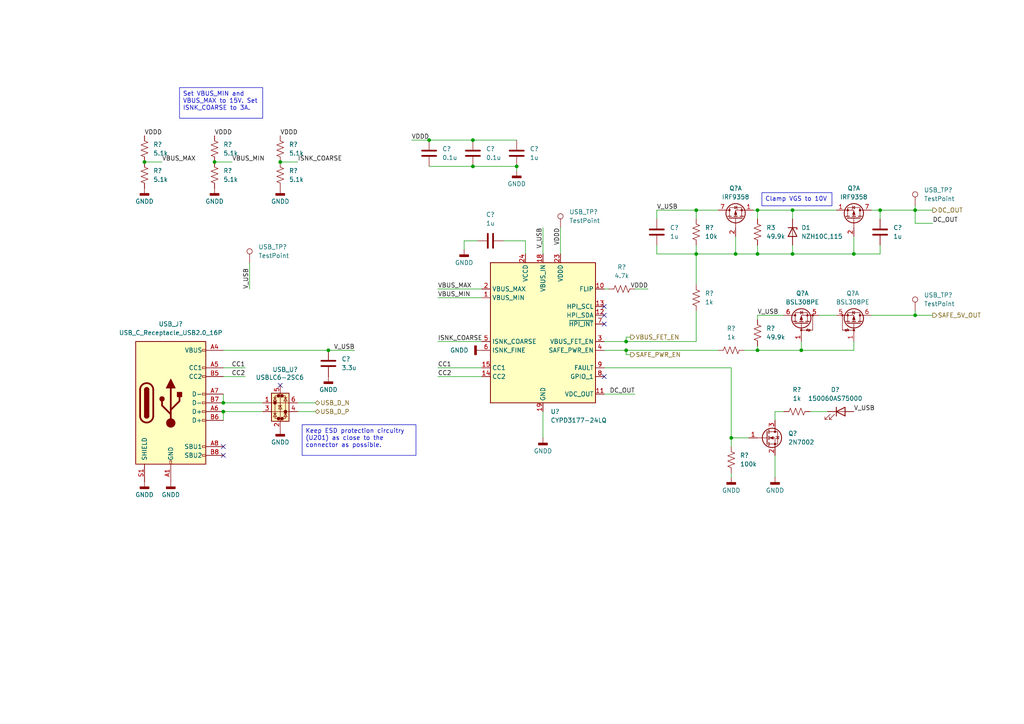
<source format=kicad_sch>
(kicad_sch (version 20250114) (generator "eeschema") (generator_version "9.0")
  (paper "A4")
  (lib_symbols
    (symbol "Connector:TestPoint" (pin_numbers (hide yes)) (pin_names (offset 0.762) (hide yes))
      (property "Reference" "TP" (at 0 6.858 0))
      (property "Value" "TestPoint" (at 0 5.08 0))
      (symbol "TestPoint_0_1"
        (circle (center 0 3.302) (radius 0.762))
      )
      (symbol "TestPoint_1_1"
        (pin passive line (at 0 0 90) (length 2.54) (name "1") (number "1"))
      )
    )
    (symbol "Connector:USB_C_Receptacle_USB2.0_16P" (pin_names (offset 1.016))
      (property "Reference" "J" (at 0 22.225 0))
      (property "Value" "USB_C_Receptacle_USB2.0_16P" (at 0 19.685 0))
      (symbol "USB_C_Receptacle_USB2.0_16P_0_0"
        (rectangle (start -0.254 -17.78) (end 0.254 -16.764))
        (rectangle (start 10.16 15.494) (end 9.144 14.986))
        (rectangle (start 10.16 10.414) (end 9.144 9.906))
        (rectangle (start 10.16 7.874) (end 9.144 7.366))
        (rectangle (start 10.16 2.794) (end 9.144 2.286))
        (rectangle (start 10.16 0.254) (end 9.144 -0.254))
        (rectangle (start 10.16 -2.286) (end 9.144 -2.794))
        (rectangle (start 10.16 -4.826) (end 9.144 -5.334))
        (rectangle (start 10.16 -12.446) (end 9.144 -12.954))
        (rectangle (start 10.16 -14.986) (end 9.144 -15.494))
      )
      (symbol "USB_C_Receptacle_USB2.0_16P_0_1"
        (rectangle (start -10.16 17.78) (end 10.16 -17.78) (stroke (width 0.254)) (fill (type background)))
        (polyline (pts (xy -8.89 -3.81) (xy -8.89 3.81)) (stroke (width 0.508)))
        (rectangle (start -7.62 -3.81) (end -6.35 3.81) (stroke (width 0.254)) (fill (type outline)))
        (arc (start -7.62 3.81) (mid -6.985 4.4423) (end -6.35 3.81) (stroke (width 0.254)))
        (arc (start -7.62 3.81) (mid -6.985 4.4423) (end -6.35 3.81) (stroke (width 0.254)) (fill (type outline)))
        (arc (start -8.89 3.81) (mid -6.985 5.7067) (end -5.08 3.81) (stroke (width 0.508)))
        (arc (start -5.08 -3.81) (mid -6.985 -5.7067) (end -8.89 -3.81) (stroke (width 0.508)))
        (arc (start -6.35 -3.81) (mid -6.985 -4.4423) (end -7.62 -3.81) (stroke (width 0.254)))
        (arc (start -6.35 -3.81) (mid -6.985 -4.4423) (end -7.62 -3.81) (stroke (width 0.254)) (fill (type outline)))
        (polyline (pts (xy -5.08 3.81) (xy -5.08 -3.81)) (stroke (width 0.508)))
        (circle (center -2.54 1.143) (radius 0.635) (stroke (width 0.254)) (fill (type outline)))
        (polyline (pts (xy -1.27 4.318) (xy 0 6.858) (xy 1.27 4.318) (xy -1.27 4.318)) (stroke (width 0.254)) (fill (type outline)))
        (polyline (pts (xy 0 -2.032) (xy 2.54 0.508) (xy 2.54 1.778)) (stroke (width 0.508)))
        (polyline (pts (xy 0 -3.302) (xy -2.54 -0.762) (xy -2.54 0.508)) (stroke (width 0.508)))
        (polyline (pts (xy 0 -5.842) (xy 0 4.318)) (stroke (width 0.508)))
        (circle (center 0 -5.842) (radius 1.27) (fill (type outline)))
        (rectangle (start 1.905 1.778) (end 3.175 3.048) (stroke (width 0.254)) (fill (type outline)))
      )
      (symbol "USB_C_Receptacle_USB2.0_16P_1_1"
        (pin passive line (at -7.62 -22.86 90) (length 5.08) (name "SHIELD") (number "S1"))
        (pin passive line (at 0 -22.86 90) (length 5.08) (name "GND") (number "A1"))
        (pin passive line (at 0 -22.86 90) (length 5.08) (hide yes) (name "GND") (number "A12"))
        (pin passive line (at 0 -22.86 90) (length 5.08) (hide yes) (name "GND") (number "B1"))
        (pin passive line (at 0 -22.86 90) (length 5.08) (hide yes) (name "GND") (number "B12"))
        (pin passive line (at 15.24 15.24 180) (length 5.08) (name "VBUS") (number "A4"))
        (pin passive line (at 15.24 15.24 180) (length 5.08) (hide yes) (name "VBUS") (number "A9"))
        (pin passive line (at 15.24 15.24 180) (length 5.08) (hide yes) (name "VBUS") (number "B4"))
        (pin passive line (at 15.24 15.24 180) (length 5.08) (hide yes) (name "VBUS") (number "B9"))
        (pin bidirectional line (at 15.24 10.16 180) (length 5.08) (name "CC1") (number "A5"))
        (pin bidirectional line (at 15.24 7.62 180) (length 5.08) (name "CC2") (number "B5"))
        (pin bidirectional line (at 15.24 2.54 180) (length 5.08) (name "D-") (number "A7"))
        (pin bidirectional line (at 15.24 0 180) (length 5.08) (name "D-") (number "B7"))
        (pin bidirectional line (at 15.24 -2.54 180) (length 5.08) (name "D+") (number "A6"))
        (pin bidirectional line (at 15.24 -5.08 180) (length 5.08) (name "D+") (number "B6"))
        (pin bidirectional line (at 15.24 -12.7 180) (length 5.08) (name "SBU1") (number "A8"))
        (pin bidirectional line (at 15.24 -15.24 180) (length 5.08) (name "SBU2") (number "B8"))
      )
    )
    (symbol "Device:C" (pin_numbers (hide yes)) (pin_names (offset 0.254))
      (property "Reference" "C" (at 0.635 2.54 0))
      (property "Value" "C" (at 0.635 -2.54 0))
      (symbol "C_0_1"
        (polyline (pts (xy -2.032 0.762) (xy 2.032 0.762)) (stroke (width 0.508)))
        (polyline (pts (xy -2.032 -0.762) (xy 2.032 -0.762)) (stroke (width 0.508)))
      )
      (symbol "C_1_1"
        (pin passive line (at 0 3.81 270) (length 2.794) (name "~") (number "1"))
        (pin passive line (at 0 -3.81 90) (length 2.794) (name "~") (number "2"))
      )
    )
    (symbol "Device:D_Zener" (pin_numbers (hide yes)) (pin_names (offset 1.016) (hide yes))
      (property "Reference" "D" (at 0 2.54 0))
      (property "Value" "D_Zener" (at 0 -2.54 0))
      (symbol "D_Zener_0_1"
        (polyline (pts (xy -1.27 -1.27) (xy -1.27 1.27) (xy -0.762 1.27)) (stroke (width 0.254)))
        (polyline (pts (xy 1.27 0) (xy -1.27 0)))
        (polyline (pts (xy 1.27 -1.27) (xy 1.27 1.27) (xy -1.27 0) (xy 1.27 -1.27)) (stroke (width 0.254)))
      )
      (symbol "D_Zener_1_1"
        (pin passive line (at -3.81 0 0) (length 2.54) (name "K") (number "1"))
        (pin passive line (at 3.81 0 180) (length 2.54) (name "A") (number "2"))
      )
    )
    (symbol "Device:LED" (pin_numbers (hide yes)) (pin_names (offset 1.016) (hide yes))
      (property "Reference" "D" (at 0 2.54 0))
      (property "Value" "LED" (at 0 -2.54 0))
      (symbol "LED_0_1"
        (polyline (pts (xy -3.048 -0.762) (xy -4.572 -2.286) (xy -3.81 -2.286) (xy -4.572 -2.286) (xy -4.572 -1.524)))
        (polyline (pts (xy -1.778 -0.762) (xy -3.302 -2.286) (xy -2.54 -2.286) (xy -3.302 -2.286) (xy -3.302 -1.524)))
        (polyline (pts (xy -1.27 0) (xy 1.27 0)))
        (polyline (pts (xy -1.27 -1.27) (xy -1.27 1.27)) (stroke (width 0.254)))
        (polyline (pts (xy 1.27 -1.27) (xy 1.27 1.27) (xy -1.27 0) (xy 1.27 -1.27)) (stroke (width 0.254)))
      )
      (symbol "LED_1_1"
        (pin passive line (at -3.81 0 0) (length 2.54) (name "K") (number "1"))
        (pin passive line (at 3.81 0 180) (length 2.54) (name "A") (number "2"))
      )
    )
    (symbol "Device:R_US" (pin_numbers (hide yes)) (pin_names (offset 0))
      (property "Reference" "R" (at 2.54 0 90))
      (property "Value" "R_US" (at -2.54 0 90))
      (symbol "R_US_0_1"
        (polyline (pts (xy 0 2.286) (xy 0 2.54)))
        (polyline (pts (xy 0 2.286) (xy 1.016 1.905) (xy 0 1.524) (xy -1.016 1.143) (xy 0 0.762)))
        (polyline (pts (xy 0 0.762) (xy 1.016 0.381) (xy 0 0) (xy -1.016 -0.381) (xy 0 -0.762)))
        (polyline (pts (xy 0 -0.762) (xy 1.016 -1.143) (xy 0 -1.524) (xy -1.016 -1.905) (xy 0 -2.286)))
        (polyline (pts (xy 0 -2.286) (xy 0 -2.54)))
      )
      (symbol "R_US_1_1"
        (pin passive line (at 0 3.81 270) (length 1.27) (name "~") (number "1"))
        (pin passive line (at 0 -3.81 90) (length 1.27) (name "~") (number "2"))
      )
    )
    (symbol "Interface_USB:CYPD3177-24LQ"
      (property "Reference" "U" (at -13.97 21.59 0))
      (property "Value" "CYPD3177-24LQ" (at 10.16 -21.59 0))
      (symbol "CYPD3177-24LQ_0_1"
        (rectangle (start -15.24 20.32) (end 15.24 -20.32) (stroke (width 0.254)) (fill (type background)))
      )
      (symbol "CYPD3177-24LQ_1_1"
        (pin input line (at -17.78 12.7 0) (length 2.54) (name "VBUS_MAX") (number "2"))
        (pin input line (at -17.78 10.16 0) (length 2.54) (name "VBUS_MIN") (number "1"))
        (pin input line (at -17.78 -2.54 0) (length 2.54) (name "ISNK_COARSE") (number "5"))
        (pin input line (at -17.78 -5.08 0) (length 2.54) (name "ISNK_FINE") (number "6"))
        (pin bidirectional line (at -17.78 -10.16 0) (length 2.54) (name "CC1") (number "15"))
        (pin bidirectional line (at -17.78 -12.7 0) (length 2.54) (name "CC2") (number "14"))
        (pin no_connect line (at -15.24 5.08 0) (length 2.54) (hide yes) (name "NC") (number "17"))
        (pin no_connect line (at -15.24 2.54 0) (length 2.54) (hide yes) (name "NC") (number "16"))
        (pin power_out line (at -5.08 22.86 270) (length 2.54) (name "VCCD") (number "24"))
        (pin power_in line (at 0 22.86 270) (length 2.54) (name "VBUS_IN") (number "18"))
        (pin power_in line (at 0 -22.86 90) (length 2.54) (name "GND") (number "19"))
        (pin passive line (at 0 -22.86 90) (length 2.54) (hide yes) (name "GND") (number "22"))
        (pin passive line (at 0 -22.86 90) (length 2.54) (hide yes) (name "GND") (number "25"))
        (pin power_out line (at 5.08 22.86 270) (length 2.54) (name "VDDD") (number "23"))
        (pin no_connect line (at 15.24 17.78 180) (length 2.54) (hide yes) (name "NC") (number "20"))
        (pin no_connect line (at 15.24 15.24 180) (length 2.54) (hide yes) (name "NC") (number "21"))
        (pin output line (at 17.78 12.7 180) (length 2.54) (name "FLIP") (number "10"))
        (pin bidirectional line (at 17.78 7.62 180) (length 2.54) (name "HPI_SCL") (number "13"))
        (pin bidirectional line (at 17.78 5.08 180) (length 2.54) (name "HPI_SDA") (number "12"))
        (pin input line (at 17.78 2.54 180) (length 2.54) (name "~{HPI_INT}") (number "7"))
        (pin output line (at 17.78 -2.54 180) (length 2.54) (name "VBUS_FET_EN") (number "3"))
        (pin output line (at 17.78 -5.08 180) (length 2.54) (name "SAFE_PWR_EN") (number "4"))
        (pin output line (at 17.78 -10.16 180) (length 2.54) (name "FAULT") (number "9"))
        (pin bidirectional line (at 17.78 -12.7 180) (length 2.54) (name "GPIO_1") (number "8"))
        (pin output line (at 17.78 -17.78 180) (length 2.54) (name "VDC_OUT") (number "11"))
      )
    )
    (symbol "Power_Protection:USBLC6-2SC6" (pin_names (hide yes))
      (property "Reference" "U" (at 0.635 5.715 0))
      (property "Value" "USBLC6-2SC6" (at 0.635 3.81 0))
      (symbol "USBLC6-2SC6_0_0"
        (circle (center -1.524 0) (radius 0.0001) (stroke (width 0.508)))
        (circle (center -0.508 2.032) (radius 0.0001) (stroke (width 0.508)))
        (circle (center -0.508 -4.572) (radius 0.0001) (stroke (width 0.508)))
        (circle (center 0.508 2.032) (radius 0.0001) (stroke (width 0.508)))
        (circle (center 0.508 -4.572) (radius 0.0001) (stroke (width 0.508)))
        (circle (center 1.524 -2.54) (radius 0.0001) (stroke (width 0.508)))
      )
      (symbol "USBLC6-2SC6_0_1"
        (polyline (pts (xy -2.54 0) (xy 2.54 0)))
        (polyline (pts (xy -2.54 -2.54) (xy 2.54 -2.54)))
        (polyline (pts (xy -2.032 0.508) (xy -1.016 0.508) (xy -1.524 1.524) (xy -2.032 0.508)))
        (polyline (pts (xy -2.032 -3.048) (xy -1.016 -3.048)))
        (polyline (pts (xy -1.016 1.524) (xy -2.032 1.524)))
        (polyline (pts (xy -1.016 -4.064) (xy -2.032 -4.064) (xy -1.524 -3.048) (xy -1.016 -4.064)))
        (polyline (pts (xy -0.508 -1.143) (xy -0.508 -0.762) (xy 0.508 -0.762)))
        (polyline (pts (xy 0 2.54) (xy -0.508 2.032) (xy 0.508 2.032) (xy 0 1.524) (xy 0 -4.064) (xy -0.508 -4.572) (xy 0.508 -4.572) (xy 0 -5.08)))
        (polyline (pts (xy 0.508 -1.778) (xy -0.508 -1.778) (xy 0 -0.762) (xy 0.508 -1.778)))
        (polyline (pts (xy 1.016 1.524) (xy 2.032 1.524)))
        (polyline (pts (xy 1.016 -3.048) (xy 2.032 -3.048)))
        (polyline (pts (xy 2.032 0.508) (xy 1.016 0.508) (xy 1.524 1.524) (xy 2.032 0.508)))
        (polyline (pts (xy 2.032 -4.064) (xy 1.016 -4.064) (xy 1.524 -3.048) (xy 2.032 -4.064)))
      )
      (symbol "USBLC6-2SC6_1_1"
        (rectangle (start -2.54 2.794) (end 2.54 -5.334) (stroke (width 0.254)) (fill (type background)))
        (polyline (pts (xy -0.508 2.032) (xy -1.524 2.032) (xy -1.524 -4.572) (xy -0.508 -4.572)))
        (polyline (pts (xy 0.508 -4.572) (xy 1.524 -4.572) (xy 1.524 2.032) (xy 0.508 2.032)))
        (pin passive line (at -5.08 0 0) (length 2.54) (name "I/O1") (number "1"))
        (pin passive line (at -5.08 -2.54 0) (length 2.54) (name "I/O2") (number "3"))
        (pin passive line (at 0 5.08 270) (length 2.54) (name "VBUS") (number "5"))
        (pin passive line (at 0 -7.62 90) (length 2.54) (name "GND") (number "2"))
        (pin passive line (at 5.08 0 180) (length 2.54) (name "I/O1") (number "6"))
        (pin passive line (at 5.08 -2.54 180) (length 2.54) (name "I/O2") (number "4"))
      )
    )
    (symbol "Rowan_Rocketry:BSL308PE" (pin_names (hide yes))
      (property "Reference" "Q" (at 6.35 0 0))
      (property "Value" "BSL308PE" (at 10.414 -2.032 0))
      (symbol "BSL308PE_0_1"
        (polyline (pts (xy 0.254 1.905) (xy 0.254 -1.905)) (stroke (width 0.254)))
        (polyline (pts (xy 0.254 0) (xy -2.54 0)))
        (polyline (pts (xy 0.762 2.286) (xy 0.762 1.27)) (stroke (width 0.254)))
        (polyline (pts (xy 0.762 1.778) (xy 3.302 1.778) (xy 3.302 -1.778) (xy 0.762 -1.778)))
        (polyline (pts (xy 0.762 0.508) (xy 0.762 -0.508)) (stroke (width 0.254)))
        (polyline (pts (xy 0.762 -1.27) (xy 0.762 -2.286)) (stroke (width 0.254)))
        (circle (center 1.651 0) (radius 2.794) (stroke (width 0.254)))
        (polyline (pts (xy 2.286 0) (xy 1.27 0.381) (xy 1.27 -0.381) (xy 2.286 0)) (fill (type outline)))
        (polyline (pts (xy 2.54 2.54) (xy 2.54 1.778)))
        (circle (center 2.54 1.778) (radius 0.254) (fill (type outline)))
        (circle (center 2.54 -1.778) (radius 0.254) (fill (type outline)))
        (polyline (pts (xy 2.54 -2.54) (xy 2.54 0) (xy 0.762 0)))
        (polyline (pts (xy 2.794 -0.508) (xy 2.921 -0.381) (xy 3.683 -0.381) (xy 3.81 -0.254)))
        (polyline (pts (xy 3.302 -0.381) (xy 2.921 0.254) (xy 3.683 0.254) (xy 3.302 -0.381)))
      )
      (symbol "BSL308PE_1_1"
        (polyline (pts (xy -2.286 -2.286) (xy -2.032 -2.032) (xy -1.524 -2.032)))
        (circle (center -1.778 0) (radius 0.254) (fill (type outline)))
        (polyline (pts (xy -1.778 -2.032) (xy -2.032 -1.524) (xy -1.524 -1.524) (xy -1.778 -2.032)) (fill (type outline)))
        (polyline (pts (xy -1.778 -2.032) (xy -1.524 -2.54) (xy -2.032 -2.54) (xy -1.778 -2.032)) (fill (type outline)))
        (polyline (pts (xy -1.778 -3.302) (xy -1.778 0)))
        (polyline (pts (xy -1.778 -3.302) (xy 2.54 -3.302)))
        (polyline (pts (xy -1.524 -2.032) (xy -1.27 -1.778)))
        (circle (center 2.54 -3.302) (radius 0.254) (fill (type outline)))
        (pin input line (at -5.08 0 0) (length 2.54) (name "G1") (number "1"))
        (pin passive line (at 2.54 5.08 270) (length 2.54) (name "D1") (number "6"))
        (pin passive line (at 2.54 -5.08 90) (length 2.54) (name "S1") (number "5"))
      )
      (symbol "BSL308PE_2_1"
        (polyline (pts (xy -2.286 -2.286) (xy -2.032 -2.032) (xy -1.524 -2.032)))
        (circle (center -1.778 0) (radius 0.254) (fill (type outline)))
        (polyline (pts (xy -1.778 -2.032) (xy -2.032 -1.524) (xy -1.524 -1.524) (xy -1.778 -2.032)) (fill (type outline)))
        (polyline (pts (xy -1.778 -2.032) (xy -1.524 -2.54) (xy -2.032 -2.54) (xy -1.778 -2.032)) (fill (type outline)))
        (polyline (pts (xy -1.778 -3.302) (xy -1.778 0)))
        (polyline (pts (xy -1.778 -3.302) (xy 2.54 -3.302)))
        (polyline (pts (xy -1.524 -2.032) (xy -1.27 -1.778)))
        (circle (center 2.54 -3.302) (radius 0.254) (fill (type outline)))
        (pin input line (at -5.08 0 0) (length 2.54) (name "G2") (number "3"))
        (pin passive line (at 2.54 5.08 270) (length 2.54) (name "D2") (number "4"))
        (pin passive line (at 2.54 -5.08 90) (length 2.54) (name "S2") (number "2"))
      )
    )
    (symbol "Rowan_Rocketry:IRF9358" (pin_names (hide yes))
      (property "Reference" "Q" (at 5.842 1.27 0))
      (property "Value" "IRF9358" (at 9.144 -1.27 0))
      (symbol "IRF9358_0_1"
        (polyline (pts (xy 0.254 1.905) (xy 0.254 -1.905)) (stroke (width 0.254)))
        (polyline (pts (xy 0.254 0) (xy -2.54 0)))
        (polyline (pts (xy 0.762 2.286) (xy 0.762 1.27)) (stroke (width 0.254)))
        (polyline (pts (xy 0.762 1.778) (xy 3.302 1.778) (xy 3.302 -1.778) (xy 0.762 -1.778)))
        (polyline (pts (xy 0.762 0.508) (xy 0.762 -0.508)) (stroke (width 0.254)))
        (polyline (pts (xy 0.762 -1.27) (xy 0.762 -2.286)) (stroke (width 0.254)))
        (circle (center 1.651 0) (radius 2.794) (stroke (width 0.254)))
        (polyline (pts (xy 2.286 0) (xy 1.27 0.381) (xy 1.27 -0.381) (xy 2.286 0)) (fill (type outline)))
        (polyline (pts (xy 2.54 2.54) (xy 2.54 1.778)))
        (circle (center 2.54 1.778) (radius 0.254) (fill (type outline)))
        (circle (center 2.54 -1.778) (radius 0.254) (fill (type outline)))
        (polyline (pts (xy 2.54 -2.54) (xy 2.54 0) (xy 0.762 0)))
        (polyline (pts (xy 2.794 -0.508) (xy 2.921 -0.381) (xy 3.683 -0.381) (xy 3.81 -0.254)))
        (polyline (pts (xy 3.302 -0.381) (xy 2.921 0.254) (xy 3.683 0.254) (xy 3.302 -0.381)))
      )
      (symbol "IRF9358_1_1"
        (pin input line (at -5.08 0 0) (length 2.54) (name "G1") (number "2"))
        (pin passive line (at 2.54 5.08 270) (length 2.54) (name "D1") (number "7"))
        (pin passive line (at 2.54 5.08 270) (length 2.54) (hide yes) (name "D1") (number "8"))
        (pin passive line (at 2.54 -5.08 90) (length 2.54) (name "S1") (number "1"))
      )
      (symbol "IRF9358_2_1"
        (pin input line (at -5.08 0 0) (length 2.54) (name "G2") (number "4"))
        (pin passive line (at 2.54 5.08 270) (length 2.54) (name "D2") (number "5"))
        (pin passive line (at 2.54 5.08 270) (length 2.54) (hide yes) (name "D2") (number "6"))
        (pin passive line (at 2.54 -5.08 90) (length 2.54) (name "S2") (number "3"))
      )
    )
    (symbol "Transistor_FET:2N7002" (pin_names (hide yes))
      (property "Reference" "Q" (at 5.08 1.905 0))
      (property "Value" "2N7002" (at 5.08 0 0))
      (symbol "2N7002_0_1"
        (polyline (pts (xy 0.254 1.905) (xy 0.254 -1.905)) (stroke (width 0.254)))
        (polyline (pts (xy 0.254 0) (xy -2.54 0)))
        (polyline (pts (xy 0.762 2.286) (xy 0.762 1.27)) (stroke (width 0.254)))
        (polyline (pts (xy 0.762 0.508) (xy 0.762 -0.508)) (stroke (width 0.254)))
        (polyline (pts (xy 0.762 -1.27) (xy 0.762 -2.286)) (stroke (width 0.254)))
        (polyline (pts (xy 0.762 -1.778) (xy 3.302 -1.778) (xy 3.302 1.778) (xy 0.762 1.778)))
        (polyline (pts (xy 1.016 0) (xy 2.032 0.381) (xy 2.032 -0.381) (xy 1.016 0)) (fill (type outline)))
        (circle (center 1.651 0) (radius 2.794) (stroke (width 0.254)))
        (polyline (pts (xy 2.54 2.54) (xy 2.54 1.778)))
        (circle (center 2.54 1.778) (radius 0.254) (fill (type outline)))
        (circle (center 2.54 -1.778) (radius 0.254) (fill (type outline)))
        (polyline (pts (xy 2.54 -2.54) (xy 2.54 0) (xy 0.762 0)))
        (polyline (pts (xy 2.794 0.508) (xy 2.921 0.381) (xy 3.683 0.381) (xy 3.81 0.254)))
        (polyline (pts (xy 3.302 0.381) (xy 2.921 -0.254) (xy 3.683 -0.254) (xy 3.302 0.381)))
      )
      (symbol "2N7002_1_1"
        (pin input line (at -5.08 0 0) (length 2.54) (name "G") (number "1"))
        (pin passive line (at 2.54 5.08 270) (length 2.54) (name "D") (number "3"))
        (pin passive line (at 2.54 -5.08 90) (length 2.54) (name "S") (number "2"))
      )
    )
    (symbol "power:GNDD" (power) (pin_numbers (hide yes)) (pin_names (offset 0) (hide yes))
      (property "Value" "GNDD" (at 0 -3.175 0))
      (symbol "GNDD_0_1"
        (rectangle (start -1.27 -1.524) (end 1.27 -2.032) (stroke (width 0.254)) (fill (type outline)))
        (polyline (pts (xy 0 0) (xy 0 -1.524)))
      )
      (symbol "GNDD_1_1"
        (pin power_in line (at 0 0 270) (length 0) (name "~") (number "1"))
      )
    )
  )
  (text_box "Set VBUS_MIN and VBUS_MAX to 15V. Set ISNK_COARSE to 3A." (at 52.07 25.4 0) (size 24.13 8.89) (margins 0.9525 0.9525 0.9525 0.9525) (effects (font (size 1.27 1.27)) (justify left top)))
  (text_box "Clamp VGS to 10V" (at 220.98 55.88 0) (size 20.32 3.81) (margins 0.9525 0.9525 0.9525 0.9525) (effects (font (size 1.27 1.27)) (justify left top)))
  (text_box "Keep ESD protection circuitry (U201) as close to the connector as possible." (at 87.63 123.19 0) (size 33.02 8.89) (margins 0.9525 0.9525 0.9525 0.9525) (effects (font (size 1.27 1.27)) (justify left top)))
  (junction (at 41.91 46.99))
  (junction (at 232.41 101.6))
  (junction (at 219.71 60.96))
  (junction (at 219.71 73.66))
  (junction (at 137.16 40.64))
  (junction (at 62.23 46.99))
  (junction (at 81.28 46.99))
  (junction (at 213.36 73.66))
  (junction (at 265.43 91.44))
  (junction (at 64.77 119.38))
  (junction (at 255.27 60.96))
  (junction (at 64.77 116.84))
  (junction (at 265.43 60.96))
  (junction (at 137.16 48.26))
  (junction (at 181.61 101.6))
  (junction (at 212.09 127))
  (junction (at 201.93 60.96))
  (junction (at 95.25 101.6))
  (junction (at 201.93 73.66))
  (junction (at 229.87 60.96))
  (junction (at 124.46 40.64))
  (junction (at 149.86 48.26))
  (junction (at 181.61 99.06))
  (junction (at 219.71 101.6))
  (junction (at 229.87 73.66))
  (junction (at 247.65 73.66))
  (no_connect (at 64.77 129.54))
  (no_connect (at 81.28 111.76))
  (no_connect (at 175.26 88.9))
  (no_connect (at 175.26 93.98))
  (no_connect (at 175.26 91.44))
  (no_connect (at 175.26 109.22))
  (no_connect (at 64.77 132.08))
  (wire (pts (xy 219.71 71.12) (xy 219.71 73.66)))
  (wire (pts (xy 152.4 69.85) (xy 146.05 69.85)))
  (wire (pts (xy 134.62 72.39) (xy 134.62 69.85)))
  (wire (pts (xy 86.36 46.99) (xy 81.28 46.99)))
  (wire (pts (xy 227.33 119.38) (xy 224.79 119.38)))
  (wire (pts (xy 64.77 114.3) (xy 64.77 116.84)))
  (wire (pts (xy 181.61 97.79) (xy 181.61 99.06)))
  (wire (pts (xy 255.27 60.96) (xy 252.73 60.96)))
  (wire (pts (xy 181.61 101.6) (xy 208.28 101.6)))
  (wire (pts (xy 162.56 66.04) (xy 162.56 73.66)))
  (wire (pts (xy 219.71 101.6) (xy 219.71 100.33)))
  (wire (pts (xy 64.77 101.6) (xy 95.25 101.6)))
  (wire (pts (xy 219.71 91.44) (xy 219.71 92.71)))
  (wire (pts (xy 247.65 101.6) (xy 247.65 99.06)))
  (wire (pts (xy 252.73 91.44) (xy 265.43 91.44)))
  (wire (pts (xy 201.93 63.5) (xy 201.93 60.96)))
  (wire (pts (xy 201.93 71.12) (xy 201.93 73.66)))
  (wire (pts (xy 64.77 119.38) (xy 76.2 119.38)))
  (wire (pts (xy 229.87 60.96) (xy 219.71 60.96)))
  (wire (pts (xy 212.09 127) (xy 217.17 127)))
  (wire (pts (xy 71.12 106.68) (xy 64.77 106.68)))
  (wire (pts (xy 208.28 60.96) (xy 201.93 60.96)))
  (wire (pts (xy 127 99.06) (xy 139.7 99.06)))
  (wire (pts (xy 91.44 119.38) (xy 86.36 119.38)))
  (wire (pts (xy 229.87 73.66) (xy 247.65 73.66)))
  (wire (pts (xy 255.27 73.66) (xy 247.65 73.66)))
  (wire (pts (xy 270.51 64.77) (xy 265.43 64.77)))
  (wire (pts (xy 72.39 83.82) (xy 72.39 76.2)))
  (wire (pts (xy 137.16 40.64) (xy 149.86 40.64)))
  (wire (pts (xy 270.51 91.44) (xy 265.43 91.44)))
  (wire (pts (xy 265.43 64.77) (xy 265.43 60.96)))
  (wire (pts (xy 265.43 60.96) (xy 255.27 60.96)))
  (wire (pts (xy 234.95 119.38) (xy 240.03 119.38)))
  (wire (pts (xy 229.87 60.96) (xy 229.87 63.5)))
  (wire (pts (xy 242.57 91.44) (xy 237.49 91.44)))
  (wire (pts (xy 201.93 99.06) (xy 181.61 99.06)))
  (wire (pts (xy 124.46 40.64) (xy 137.16 40.64)))
  (wire (pts (xy 71.12 109.22) (xy 64.77 109.22)))
  (wire (pts (xy 215.9 101.6) (xy 219.71 101.6)))
  (wire (pts (xy 46.99 46.99) (xy 41.91 46.99)))
  (wire (pts (xy 181.61 102.87) (xy 181.61 101.6)))
  (wire (pts (xy 157.48 73.66) (xy 157.48 66.04)))
  (wire (pts (xy 190.5 73.66) (xy 201.93 73.66)))
  (wire (pts (xy 182.88 102.87) (xy 181.61 102.87)))
  (wire (pts (xy 127 106.68) (xy 139.7 106.68)))
  (wire (pts (xy 212.09 138.43) (xy 212.09 137.16)))
  (wire (pts (xy 190.5 71.12) (xy 190.5 73.66)))
  (wire (pts (xy 175.26 101.6) (xy 181.61 101.6)))
  (wire (pts (xy 224.79 119.38) (xy 224.79 121.92)))
  (wire (pts (xy 187.96 83.82) (xy 184.15 83.82)))
  (wire (pts (xy 219.71 60.96) (xy 218.44 60.96)))
  (wire (pts (xy 127 86.36) (xy 139.7 86.36)))
  (wire (pts (xy 181.61 99.06) (xy 175.26 99.06)))
  (wire (pts (xy 219.71 73.66) (xy 229.87 73.66)))
  (wire (pts (xy 64.77 121.92) (xy 64.77 119.38)))
  (wire (pts (xy 232.41 101.6) (xy 247.65 101.6)))
  (wire (pts (xy 247.65 73.66) (xy 247.65 68.58)))
  (wire (pts (xy 255.27 60.96) (xy 255.27 63.5)))
  (wire (pts (xy 224.79 138.43) (xy 224.79 132.08)))
  (wire (pts (xy 255.27 71.12) (xy 255.27 73.66)))
  (wire (pts (xy 201.93 73.66) (xy 213.36 73.66)))
  (wire (pts (xy 219.71 60.96) (xy 219.71 63.5)))
  (wire (pts (xy 119.38 40.64) (xy 124.46 40.64)))
  (wire (pts (xy 175.26 83.82) (xy 176.53 83.82)))
  (wire (pts (xy 91.44 116.84) (xy 86.36 116.84)))
  (wire (pts (xy 265.43 59.69) (xy 265.43 60.96)))
  (wire (pts (xy 67.31 46.99) (xy 62.23 46.99)))
  (wire (pts (xy 227.33 91.44) (xy 219.71 91.44)))
  (wire (pts (xy 242.57 60.96) (xy 229.87 60.96)))
  (wire (pts (xy 270.51 60.96) (xy 265.43 60.96)))
  (wire (pts (xy 219.71 101.6) (xy 232.41 101.6)))
  (wire (pts (xy 127 109.22) (xy 139.7 109.22)))
  (wire (pts (xy 184.15 114.3) (xy 175.26 114.3)))
  (wire (pts (xy 201.93 73.66) (xy 201.93 82.55)))
  (wire (pts (xy 64.77 116.84) (xy 76.2 116.84)))
  (wire (pts (xy 152.4 73.66) (xy 152.4 69.85)))
  (wire (pts (xy 212.09 106.68) (xy 212.09 127)))
  (wire (pts (xy 124.46 48.26) (xy 137.16 48.26)))
  (wire (pts (xy 137.16 48.26) (xy 149.86 48.26)))
  (wire (pts (xy 157.48 127) (xy 157.48 119.38)))
  (wire (pts (xy 175.26 106.68) (xy 212.09 106.68)))
  (wire (pts (xy 213.36 73.66) (xy 219.71 73.66)))
  (wire (pts (xy 232.41 101.6) (xy 232.41 99.06)))
  (wire (pts (xy 95.25 101.6) (xy 102.87 101.6)))
  (wire (pts (xy 190.5 63.5) (xy 190.5 60.96)))
  (wire (pts (xy 212.09 127) (xy 212.09 129.54)))
  (wire (pts (xy 213.36 73.66) (xy 213.36 68.58)))
  (wire (pts (xy 190.5 60.96) (xy 201.93 60.96)))
  (wire (pts (xy 201.93 90.17) (xy 201.93 99.06)))
  (wire (pts (xy 134.62 69.85) (xy 138.43 69.85)))
  (wire (pts (xy 182.88 97.79) (xy 181.61 97.79)))
  (wire (pts (xy 229.87 71.12) (xy 229.87 73.66)))
  (wire (pts (xy 265.43 90.17) (xy 265.43 91.44)))
  (wire (pts (xy 127 83.82) (xy 139.7 83.82)))
  (wire (pts (xy 149.86 48.26) (xy 149.86 49.53)))
  (label "V_USB" (at 219.71 91.44 0))
  (label "DC_OUT" (at 184.15 114.3 180))
  (label "CC1" (at 71.12 106.68 180))
  (label "V_USB" (at 157.48 66.04 270))
  (label "VBUS_MAX" (at 127 83.82 0))
  (label "ISNK_COARSE" (at 127 99.06 0))
  (label "VDDD" (at 119.38 40.64 0))
  (label "VDDD" (at 62.23 39.37 0))
  (label "V_USB" (at 190.5 60.96 0))
  (label "V_USB" (at 72.39 83.82 90))
  (label "CC2" (at 127 109.22 0))
  (label "VDDD" (at 162.56 66.04 270))
  (label "VDDD" (at 187.96 83.82 180))
  (label "VDDD" (at 81.28 39.37 0))
  (label "DC_OUT" (at 270.51 64.77 0))
  (label "V_USB" (at 102.87 101.6 180))
  (label "VBUS_MIN" (at 67.31 46.99 0))
  (label "CC1" (at 127 106.68 0))
  (label "V_USB" (at 247.65 119.38 0))
  (label "VDDD" (at 41.91 39.37 0))
  (label "VBUS_MIN" (at 127 86.36 0))
  (label "ISNK_COARSE" (at 86.36 46.99 0))
  (label "VBUS_MAX" (at 46.99 46.99 0))
  (label "CC2" (at 71.12 109.22 180))
  (hierarchical_label "DC_OUT" (shape output) (at 270.51 60.96 0))
  (hierarchical_label "USB_D_P" (shape bidirectional) (at 91.44 119.38 0))
  (hierarchical_label "USB_D_N" (shape bidirectional) (at 91.44 116.84 0))
  (hierarchical_label "SAFE_5V_OUT" (shape output) (at 270.51 91.44 0))
  (hierarchical_label "VBUS_FET_EN" (shape output) (at 182.88 97.79 0))
  (hierarchical_label "SAFE_PWR_EN" (shape output) (at 182.88 102.87 0))
  (symbol (lib_id "power:GNDD") (at 212.09 138.43 0) (unit 1)
    (property "Reference" "#PWR01" (effects (hide yes)))
    (property "Value" "GNDD" (at 212.09 142.24 0))
    (property "Description" "Power symbol creates a global label with name \"GNDD\" , digital ground" (effects (hide yes)))
  )
  (symbol (lib_id "Device:R_US") (at 81.28 50.8 0) (unit 1)
    (property "Reference" "R?" (at 83.82 49.5299 0) (effects (justify left)))
    (property "Value" "5.1k" (at 83.82 52.0699 0) (effects (justify left)))
    (property "Footprint" "Resistor_SMD:R_0603_1608Metric_Pad0.98x0.95mm_HandSolder" (effects (hide yes)))
    (property "Description" "Resistor, US symbol" (effects (hide yes)))
  )
  (symbol (lib_id "Device:C") (at 142.24 69.85 90) (unit 1)
    (property "Reference" "C?" (at 142.24 62.23 90))
    (property "Value" "1u" (at 142.24 64.77 90))
    (property "Footprint" "Capacitor_SMD:C_0603_1608Metric_Pad1.08x0.95mm_HandSolder" (effects (hide yes)))
    (property "Description" "Unpolarized capacitor" (effects (hide yes)))
  )
  (symbol (lib_id "Connector:TestPoint") (at 265.43 59.69 0) (unit 1)
    (property "Reference" "USB_TP?" (at 267.97 55.1179 0) (effects (justify left)))
    (property "Value" "TestPoint" (at 267.97 57.6579 0) (effects (justify left)))
    (property "Footprint" "TestPoint:TestPoint_Loop_D2.60mm_Drill1.6mm_Beaded" (effects (hide yes)))
    (property "Description" "test point" (effects (hide yes)))
  )
  (symbol (lib_id "power:GNDD") (at 157.48 127 0) (unit 1)
    (property "Reference" "#PWR?" (effects (hide yes)))
    (property "Value" "GNDD" (at 157.48 130.81 0))
    (property "Description" "Power symbol creates a global label with name \"GNDD\" , digital ground" (effects (hide yes)))
  )
  (symbol (lib_id "Device:D_Zener") (at 229.87 67.31 270) (unit 1)
    (property "Reference" "D1" (at 232.41 66.0399 90) (effects (justify left)))
    (property "Value" "NZH10C,115" (at 232.41 68.5799 90) (effects (justify left)))
    (property "Footprint" "Diode_SMD:D_SOD-123F" (effects (hide yes)))
    (property "Datasheet" "https://assets.nexperia.com/documents/data-sheet/NZH_SER.pdf" (effects (hide yes)))
    (property "Description" "Zener diode" (effects (hide yes)))
  )
  (symbol (lib_id "Device:LED") (at 243.84 119.38 0) (unit 1)
    (property "Reference" "D?" (at 242.2525 113.03 0))
    (property "Value" "150060AS75000" (at 242.2525 115.57 0))
    (property "Footprint" "LED_SMD:LED_0603_1608Metric_Pad1.05x0.95mm_HandSolder" (effects (hide yes)))
    (property "Datasheet" "https://www.digikey.com/en/products/detail/w%C3%BCrth-elektronik/150060AS75000/10468254" (effects (hide yes)))
    (property "Description" "Light emitting diode" (effects (hide yes)))
  )
  (symbol (lib_id "Device:C") (at 149.86 44.45 180) (unit 1)
    (property "Reference" "C?" (at 153.67 43.1799 0) (effects (justify right)))
    (property "Value" "1u" (at 153.67 45.7199 0) (effects (justify right)))
    (property "Footprint" "Capacitor_SMD:C_0603_1608Metric_Pad1.08x0.95mm_HandSolder" (effects (hide yes)))
    (property "Description" "Unpolarized capacitor" (effects (hide yes)))
  )
  (symbol (lib_id "power:GNDD") (at 41.91 139.7 0) (unit 1)
    (property "Reference" "#PWR?" (effects (hide yes)))
    (property "Value" "GNDD" (at 41.91 143.51 0))
    (property "Description" "Power symbol creates a global label with name \"GNDD\" , digital ground" (effects (hide yes)))
  )
  (symbol (lib_id "Connector:TestPoint") (at 162.56 66.04 0) (unit 1)
    (property "Reference" "USB_TP?" (at 165.1 61.4679 0) (effects (justify left)))
    (property "Value" "TestPoint" (at 165.1 64.0079 0) (effects (justify left)))
    (property "Footprint" "TestPoint:TestPoint_Loop_D2.60mm_Drill1.6mm_Beaded" (effects (hide yes)))
    (property "Description" "test point" (effects (hide yes)))
  )
  (symbol (lib_id "Device:R_US") (at 219.71 67.31 0) (unit 1)
    (property "Reference" "R3" (at 222.25 66.0399 0) (effects (justify left)))
    (property "Value" "49.9k" (at 222.25 68.5799 0) (effects (justify left)))
    (property "Footprint" "Resistor_SMD:R_0603_1608Metric_Pad0.98x0.95mm_HandSolder" (effects (hide yes)))
    (property "Description" "Resistor, US symbol" (effects (hide yes)))
  )
  (symbol (lib_id "Device:R_US") (at 41.91 43.18 0) (unit 1)
    (property "Reference" "R?" (at 44.45 41.9099 0) (effects (justify left)))
    (property "Value" "5.1k" (at 44.45 44.4499 0) (effects (justify left)))
    (property "Footprint" "Resistor_SMD:R_0603_1608Metric_Pad0.98x0.95mm_HandSolder" (effects (hide yes)))
    (property "Description" "Resistor, US symbol" (effects (hide yes)))
  )
  (symbol (lib_id "Transistor_FET:2N7002") (at 222.25 127 0) (unit 1)
    (property "Reference" "Q?" (at 228.6 125.7299 0) (effects (justify left)))
    (property "Value" "2N7002" (at 228.6 128.2699 0) (effects (justify left)))
    (property "Footprint" "Package_TO_SOT_SMD:SOT-23" (effects (hide yes)))
    (property "Datasheet" "https://www.onsemi.com/pub/Collateral/NDS7002A-D.PDF" (effects (hide yes)))
    (property "Description" "0.115A Id, 60V Vds, N-Channel MOSFET, SOT-23" (effects (hide yes)))
  )
  (symbol (lib_id "Device:R_US") (at 41.91 50.8 0) (unit 1)
    (property "Reference" "R?" (at 44.45 49.5299 0) (effects (justify left)))
    (property "Value" "5.1k" (at 44.45 52.0699 0) (effects (justify left)))
    (property "Footprint" "Resistor_SMD:R_0603_1608Metric_Pad0.98x0.95mm_HandSolder" (effects (hide yes)))
    (property "Description" "Resistor, US symbol" (effects (hide yes)))
  )
  (symbol (lib_id "Rowan_Rocketry:BSL308PE") (at 247.65 93.98 270) (mirror x) (unit 1)
    (property "Reference" "Q?" (at 247.3325 85.09 90))
    (property "Value" "BSL308PE" (at 247.3325 87.63 90))
    (property "Footprint" "Package_TO_SOT_SMD:TSOT-23-6" (effects (hide yes)))
    (property "Datasheet" "https://www.infineon.com/dgdl/Infineon-BSL308PE-DS-v02_03-en.pdf?fileId=db3a30431d8a6b3c011d8ff3592c03d0" (effects (hide yes)))
  )
  (symbol (lib_id "power:GNDD") (at 62.23 54.61 0) (unit 1)
    (property "Reference" "#PWR?" (effects (hide yes)))
    (property "Value" "GNDD" (at 62.23 58.42 0))
    (property "Description" "Power symbol creates a global label with name \"GNDD\" , digital ground" (effects (hide yes)))
  )
  (symbol (lib_id "Device:R_US") (at 219.71 96.52 0) (unit 1)
    (property "Reference" "R?" (at 222.25 95.2499 0) (effects (justify left)))
    (property "Value" "49.9k" (at 222.25 97.7899 0) (effects (justify left)))
    (property "Footprint" "Resistor_SMD:R_0603_1608Metric_Pad0.98x0.95mm_HandSolder" (effects (hide yes)))
    (property "Description" "Resistor, US symbol" (effects (hide yes)))
  )
  (symbol (lib_id "Device:C") (at 190.5 67.31 0) (unit 1)
    (property "Reference" "C?" (at 194.31 66.0399 0) (effects (justify left)))
    (property "Value" "1u" (at 194.31 68.5799 0) (effects (justify left)))
    (property "Footprint" "Capacitor_SMD:C_0603_1608Metric_Pad1.08x0.95mm_HandSolder" (effects (hide yes)))
    (property "Description" "Unpolarized capacitor" (effects (hide yes)))
  )
  (symbol (lib_id "Device:R_US") (at 231.14 119.38 270) (unit 1)
    (property "Reference" "R?" (at 231.14 113.03 90))
    (property "Value" "1k" (at 231.14 115.57 90))
    (property "Footprint" "Resistor_SMD:R_0603_1608Metric_Pad0.98x0.95mm_HandSolder" (effects (hide yes)))
    (property "Description" "Resistor, US symbol" (effects (hide yes)))
  )
  (symbol (lib_id "Device:R_US") (at 201.93 86.36 180) (unit 1)
    (property "Reference" "R?" (at 204.47 85.0899 0) (effects (justify right)))
    (property "Value" "1k" (at 204.47 87.6299 0) (effects (justify right)))
    (property "Footprint" "Resistor_SMD:R_0603_1608Metric_Pad0.98x0.95mm_HandSolder" (effects (hide yes)))
    (property "Description" "Resistor, US symbol" (effects (hide yes)))
  )
  (symbol (lib_id "Connector:TestPoint") (at 72.39 76.2 0) (unit 1)
    (property "Reference" "USB_TP?" (at 74.93 71.6279 0) (effects (justify left)))
    (property "Value" "TestPoint" (at 74.93 74.1679 0) (effects (justify left)))
    (property "Footprint" "TestPoint:TestPoint_Loop_D2.60mm_Drill1.6mm_Beaded" (effects (hide yes)))
    (property "Description" "test point" (effects (hide yes)))
  )
  (symbol (lib_id "Device:R_US") (at 62.23 50.8 0) (unit 1)
    (property "Reference" "R?" (at 64.77 49.5299 0) (effects (justify left)))
    (property "Value" "5.1k" (at 64.77 52.0699 0) (effects (justify left)))
    (property "Footprint" "Resistor_SMD:R_0603_1608Metric_Pad0.98x0.95mm_HandSolder" (effects (hide yes)))
    (property "Description" "Resistor, US symbol" (effects (hide yes)))
  )
  (symbol (lib_id "Power_Protection:USBLC6-2SC6") (at 81.28 116.84 0) (unit 1)
    (property "Reference" "USB_U?" (at 78.994 107.188 0) (effects (justify left)))
    (property "Value" "USBLC6-2SC6" (at 74.168 109.474 0) (effects (justify left)))
    (property "Footprint" "Package_TO_SOT_SMD:SOT-23-6" (effects (hide yes)))
    (property "Datasheet" "https://www.st.com/resource/en/datasheet/usblc6-2.pdf" (effects (hide yes)))
    (property "Description" "Very low capacitance ESD protection diode, 2 data-line, SOT-23-6" (effects (hide yes)))
  )
  (symbol (lib_id "Rowan_Rocketry:IRF9358") (at 213.36 63.5 90) (unit 1)
    (property "Reference" "Q?" (at 213.36 54.61 90))
    (property "Value" "IRF9358" (at 213.36 57.15 90))
    (property "Footprint" "Package_SO:SOIC-8_3.9x4.9mm_P1.27mm" (effects (hide yes)))
    (property "Datasheet" "https://www.infineon.com/dgdl/irf9358pbf.pdf?fileId=5546d462533600a4015356114ffa1da5" (effects (hide yes)))
  )
  (symbol (lib_id "Rowan_Rocketry:IRF9358") (at 247.65 63.5 270) (mirror x) (unit 1)
    (property "Reference" "Q?" (at 247.65 54.61 90))
    (property "Value" "IRF9358" (at 247.65 57.15 90))
    (property "Footprint" "Package_SO:SOIC-8_3.9x4.9mm_P1.27mm" (effects (hide yes)))
    (property "Datasheet" "https://www.infineon.com/dgdl/irf9358pbf.pdf?fileId=5546d462533600a4015356114ffa1da5" (effects (hide yes)))
  )
  (symbol (lib_id "power:GNDD") (at 81.28 54.61 0) (unit 1)
    (property "Reference" "#PWR?" (effects (hide yes)))
    (property "Value" "GNDD" (at 81.28 58.42 0))
    (property "Description" "Power symbol creates a global label with name \"GNDD\" , digital ground" (effects (hide yes)))
  )
  (symbol (lib_id "Connector:TestPoint") (at 265.43 90.17 0) (unit 1)
    (property "Reference" "USB_TP?" (at 267.97 85.5979 0) (effects (justify left)))
    (property "Value" "TestPoint" (at 267.97 88.1379 0) (effects (justify left)))
    (property "Footprint" "TestPoint:TestPoint_Loop_D2.60mm_Drill1.6mm_Beaded" (effects (hide yes)))
    (property "Description" "test point" (effects (hide yes)))
  )
  (symbol (lib_id "Device:C") (at 124.46 44.45 180) (unit 1)
    (property "Reference" "C?" (at 128.27 43.1799 0) (effects (justify right)))
    (property "Value" "0.1u" (at 128.27 45.7199 0) (effects (justify right)))
    (property "Footprint" "Capacitor_SMD:C_0603_1608Metric_Pad1.08x0.95mm_HandSolder" (effects (hide yes)))
    (property "Description" "Unpolarized capacitor" (effects (hide yes)))
  )
  (symbol (lib_id "Device:R_US") (at 212.09 101.6 270) (unit 1)
    (property "Reference" "R?" (at 212.09 95.25 90))
    (property "Value" "1k" (at 212.09 97.79 90))
    (property "Footprint" "Resistor_SMD:R_0603_1608Metric_Pad0.98x0.95mm_HandSolder" (effects (hide yes)))
    (property "Description" "Resistor, US symbol" (effects (hide yes)))
  )
  (symbol (lib_id "power:GNDD") (at 224.79 138.43 0) (unit 1)
    (property "Reference" "#PWR?" (effects (hide yes)))
    (property "Value" "GNDD" (at 224.79 142.24 0))
    (property "Description" "Power symbol creates a global label with name \"GNDD\" , digital ground" (effects (hide yes)))
  )
  (symbol (lib_id "power:GNDD") (at 134.62 72.39 0) (unit 1)
    (property "Reference" "#PWR?" (effects (hide yes)))
    (property "Value" "GNDD" (at 134.62 76.2 0))
    (property "Description" "Power symbol creates a global label with name \"GNDD\" , digital ground" (effects (hide yes)))
  )
  (symbol (lib_id "Device:R_US") (at 201.93 67.31 0) (unit 1)
    (property "Reference" "R?" (at 204.47 66.0399 0) (effects (justify left)))
    (property "Value" "10k" (at 204.47 68.5799 0) (effects (justify left)))
    (property "Footprint" "Resistor_SMD:R_0603_1608Metric_Pad0.98x0.95mm_HandSolder" (effects (hide yes)))
    (property "Description" "Resistor, US symbol" (effects (hide yes)))
  )
  (symbol (lib_id "power:GNDD") (at 95.25 109.22 0) (unit 1)
    (property "Reference" "#PWR?" (effects (hide yes)))
    (property "Value" "GNDD" (at 95.25 113.03 0))
    (property "Description" "Power symbol creates a global label with name \"GNDD\" , digital ground" (effects (hide yes)))
  )
  (symbol (lib_id "Device:C") (at 255.27 67.31 0) (unit 1)
    (property "Reference" "C?" (at 259.08 66.0399 0) (effects (justify left)))
    (property "Value" "1u" (at 259.08 68.5799 0) (effects (justify left)))
    (property "Footprint" "Capacitor_SMD:C_0603_1608Metric_Pad1.08x0.95mm_HandSolder" (effects (hide yes)))
    (property "Description" "Unpolarized capacitor" (effects (hide yes)))
  )
  (symbol (lib_id "power:GNDD") (at 49.53 139.7 0) (unit 1)
    (property "Reference" "#PWR?" (effects (hide yes)))
    (property "Value" "GNDD" (at 49.53 143.51 0))
    (property "Description" "Power symbol creates a global label with name \"GNDD\" , digital ground" (effects (hide yes)))
  )
  (symbol (lib_id "power:GNDD") (at 139.7 101.6 270) (unit 1)
    (property "Reference" "#PWR?" (effects (hide yes)))
    (property "Value" "GNDD" (at 135.89 101.5999 90) (effects (justify right)))
    (property "Description" "Power symbol creates a global label with name \"GNDD\" , digital ground" (effects (hide yes)))
  )
  (symbol (lib_id "power:GNDD") (at 149.86 49.53 0) (unit 1)
    (property "Reference" "#PWR?" (effects (hide yes)))
    (property "Value" "GNDD" (at 149.86 53.34 0))
    (property "Description" "Power symbol creates a global label with name \"GNDD\" , digital ground" (effects (hide yes)))
  )
  (symbol (lib_id "Device:R_US") (at 62.23 43.18 0) (unit 1)
    (property "Reference" "R?" (at 64.77 41.9099 0) (effects (justify left)))
    (property "Value" "5.1k" (at 64.77 44.4499 0) (effects (justify left)))
    (property "Footprint" "Resistor_SMD:R_0603_1608Metric_Pad0.98x0.95mm_HandSolder" (effects (hide yes)))
    (property "Description" "Resistor, US symbol" (effects (hide yes)))
  )
  (symbol (lib_id "Device:R_US") (at 180.34 83.82 270) (unit 1)
    (property "Reference" "R?" (at 180.34 77.47 90))
    (property "Value" "4.7k" (at 180.34 80.01 90))
    (property "Footprint" "Resistor_SMD:R_0603_1608Metric_Pad0.98x0.95mm_HandSolder" (effects (hide yes)))
    (property "Description" "Resistor, US symbol" (effects (hide yes)))
  )
  (symbol (lib_id "power:GNDD") (at 81.28 124.46 0) (unit 1)
    (property "Reference" "#PWR?" (effects (hide yes)))
    (property "Value" "GNDD" (at 81.28 128.27 0))
    (property "Description" "Power symbol creates a global label with name \"GNDD\" , digital ground" (effects (hide yes)))
  )
  (symbol (lib_id "Device:C") (at 95.25 105.41 0) (unit 1)
    (property "Reference" "C?" (at 99.06 104.1399 0) (effects (justify left)))
    (property "Value" "3.3u" (at 99.06 106.6799 0) (effects (justify left)))
    (property "Footprint" "Capacitor_SMD:C_0603_1608Metric_Pad1.08x0.95mm_HandSolder" (effects (hide yes)))
    (property "Description" "Unpolarized capacitor" (effects (hide yes)))
  )
  (symbol (lib_id "power:GNDD") (at 41.91 54.61 0) (unit 1)
    (property "Reference" "#PWR?" (effects (hide yes)))
    (property "Value" "GNDD" (at 41.91 58.42 0))
    (property "Description" "Power symbol creates a global label with name \"GNDD\" , digital ground" (effects (hide yes)))
  )
  (symbol (lib_id "Device:R_US") (at 81.28 43.18 0) (unit 1)
    (property "Reference" "R?" (at 83.82 41.9099 0) (effects (justify left)))
    (property "Value" "5.1k" (at 83.82 44.4499 0) (effects (justify left)))
    (property "Footprint" "Resistor_SMD:R_0603_1608Metric_Pad0.98x0.95mm_HandSolder" (effects (hide yes)))
    (property "Description" "Resistor, US symbol" (effects (hide yes)))
  )
  (symbol (lib_id "Device:R_US") (at 212.09 133.35 0) (unit 1)
    (property "Reference" "R?" (at 214.63 132.0799 0) (effects (justify left)))
    (property "Value" "100k" (at 214.63 134.6199 0) (effects (justify left)))
    (property "Footprint" "Resistor_SMD:R_0603_1608Metric_Pad0.98x0.95mm_HandSolder" (effects (hide yes)))
    (property "Description" "Resistor, US symbol" (effects (hide yes)))
  )
  (symbol (lib_id "Connector:USB_C_Receptacle_USB2.0_16P") (at 49.53 116.84 0) (unit 1)
    (property "Reference" "USB_J?" (at 49.53 93.98 0))
    (property "Value" "USB_C_Receptacle_USB2.0_16P" (at 49.53 96.52 0))
    (property "Footprint" "Connector_USB:USB_C_Receptacle_GCT_USB4105-xx-A_16P_TopMnt_Horizontal" (effects (hide yes)))
    (property "Datasheet" "https://www.usb.org/sites/default/files/documents/usb_type-c.zip" (effects (hide yes)))
    (property "Description" "USB 2.0-only 16P Type-C Receptacle connector" (effects (hide yes)))
  )
  (symbol (lib_id "Device:C") (at 137.16 44.45 180) (unit 1)
    (property "Reference" "C?" (at 140.97 43.1799 0) (effects (justify right)))
    (property "Value" "0.1u" (at 140.97 45.7199 0) (effects (justify right)))
    (property "Footprint" "Capacitor_SMD:C_0603_1608Metric_Pad1.08x0.95mm_HandSolder" (effects (hide yes)))
    (property "Description" "Unpolarized capacitor" (effects (hide yes)))
  )
  (symbol (lib_id "Rowan_Rocketry:BSL308PE") (at 232.41 93.98 90) (unit 1)
    (property "Reference" "Q?" (at 232.7275 85.09 90))
    (property "Value" "BSL308PE" (at 232.7275 87.63 90))
    (property "Footprint" "Package_TO_SOT_SMD:TSOT-23-6" (effects (hide yes)))
    (property "Datasheet" "https://www.infineon.com/dgdl/Infineon-BSL308PE-DS-v02_03-en.pdf?fileId=db3a30431d8a6b3c011d8ff3592c03d0" (effects (hide yes)))
  )
  (symbol (lib_id "Interface_USB:CYPD3177-24LQ") (at 157.48 96.52 0) (unit 1)
    (property "Reference" "U?" (at 159.6741 119.38 0) (effects (justify left)))
    (property "Value" "CYPD3177-24LQ" (at 159.6741 121.92 0) (effects (justify left)))
    (property "Footprint" "Package_DFN_QFN:QFN-24-1EP_4x4mm_P0.5mm_EP2.75x2.75mm" (effects (hide yes)))
    (property "Datasheet" "https://www.infineon.com/dgdl/Infineon-EZ-PD_BCR_Datasheet_USB_Type-C_Port_Controller_for_Power_Sinks-DataSheet-v03_00-EN.pdf?fileId=8ac78c8c7d0d8da4017d0ee7ce9d70ad" (effects (hide yes)))
    (property "Description" "Stand-alone USB PD controller (with sink Auto-run mode), QFN-24" (effects (hide yes)))
  )
)
</source>
